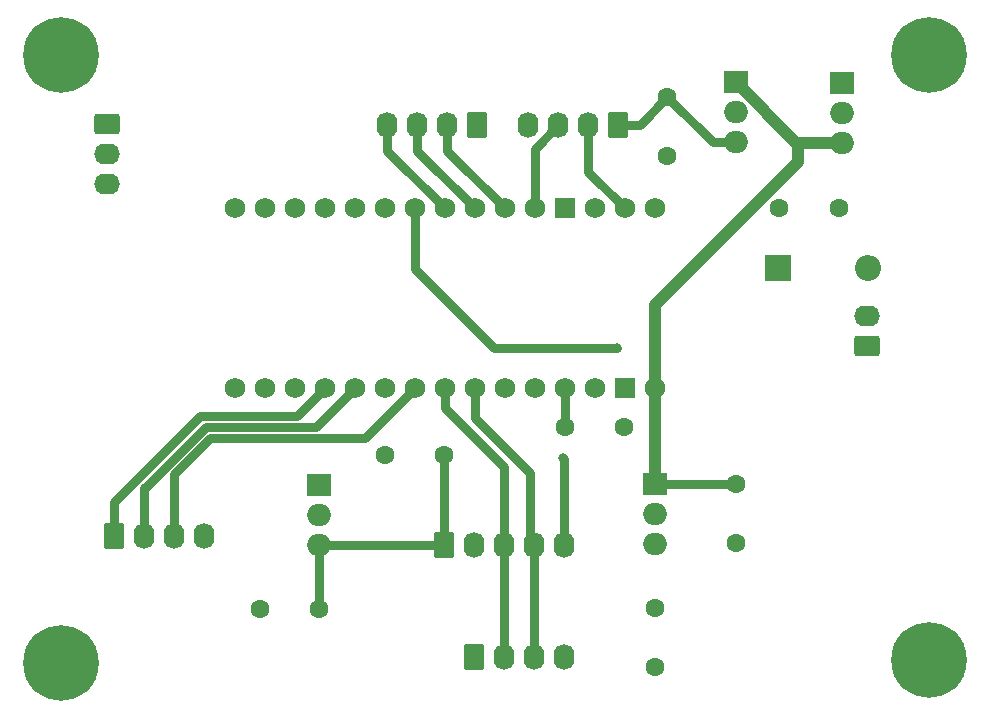
<source format=gtl>
G04 #@! TF.GenerationSoftware,KiCad,Pcbnew,7.0.9*
G04 #@! TF.CreationDate,2023-11-29T22:57:34+01:00*
G04 #@! TF.ProjectId,vfo-do,76666f2d-646f-42e6-9b69-6361645f7063,rev?*
G04 #@! TF.SameCoordinates,Original*
G04 #@! TF.FileFunction,Copper,L1,Top*
G04 #@! TF.FilePolarity,Positive*
%FSLAX46Y46*%
G04 Gerber Fmt 4.6, Leading zero omitted, Abs format (unit mm)*
G04 Created by KiCad (PCBNEW 7.0.9) date 2023-11-29 22:57:34*
%MOMM*%
%LPD*%
G01*
G04 APERTURE LIST*
G04 Aperture macros list*
%AMRoundRect*
0 Rectangle with rounded corners*
0 $1 Rounding radius*
0 $2 $3 $4 $5 $6 $7 $8 $9 X,Y pos of 4 corners*
0 Add a 4 corners polygon primitive as box body*
4,1,4,$2,$3,$4,$5,$6,$7,$8,$9,$2,$3,0*
0 Add four circle primitives for the rounded corners*
1,1,$1+$1,$2,$3*
1,1,$1+$1,$4,$5*
1,1,$1+$1,$6,$7*
1,1,$1+$1,$8,$9*
0 Add four rect primitives between the rounded corners*
20,1,$1+$1,$2,$3,$4,$5,0*
20,1,$1+$1,$4,$5,$6,$7,0*
20,1,$1+$1,$6,$7,$8,$9,0*
20,1,$1+$1,$8,$9,$2,$3,0*%
G04 Aperture macros list end*
G04 #@! TA.AperFunction,ComponentPad*
%ADD10R,2.000000X1.905000*%
G04 #@! TD*
G04 #@! TA.AperFunction,ComponentPad*
%ADD11O,2.000000X1.905000*%
G04 #@! TD*
G04 #@! TA.AperFunction,ComponentPad*
%ADD12RoundRect,0.250000X-0.620000X-0.845000X0.620000X-0.845000X0.620000X0.845000X-0.620000X0.845000X0*%
G04 #@! TD*
G04 #@! TA.AperFunction,ComponentPad*
%ADD13O,1.740000X2.190000*%
G04 #@! TD*
G04 #@! TA.AperFunction,ComponentPad*
%ADD14RoundRect,0.250000X0.845000X-0.620000X0.845000X0.620000X-0.845000X0.620000X-0.845000X-0.620000X0*%
G04 #@! TD*
G04 #@! TA.AperFunction,ComponentPad*
%ADD15O,2.190000X1.740000*%
G04 #@! TD*
G04 #@! TA.AperFunction,ComponentPad*
%ADD16C,1.600000*%
G04 #@! TD*
G04 #@! TA.AperFunction,ComponentPad*
%ADD17R,2.200000X2.200000*%
G04 #@! TD*
G04 #@! TA.AperFunction,ComponentPad*
%ADD18O,2.200000X2.200000*%
G04 #@! TD*
G04 #@! TA.AperFunction,ComponentPad*
%ADD19C,0.800000*%
G04 #@! TD*
G04 #@! TA.AperFunction,ComponentPad*
%ADD20C,6.400000*%
G04 #@! TD*
G04 #@! TA.AperFunction,ComponentPad*
%ADD21RoundRect,0.250000X0.620000X0.845000X-0.620000X0.845000X-0.620000X-0.845000X0.620000X-0.845000X0*%
G04 #@! TD*
G04 #@! TA.AperFunction,ComponentPad*
%ADD22C,1.727200*%
G04 #@! TD*
G04 #@! TA.AperFunction,ComponentPad*
%ADD23R,1.727200X1.727200*%
G04 #@! TD*
G04 #@! TA.AperFunction,ComponentPad*
%ADD24RoundRect,0.250000X-0.845000X0.620000X-0.845000X-0.620000X0.845000X-0.620000X0.845000X0.620000X0*%
G04 #@! TD*
G04 #@! TA.AperFunction,ViaPad*
%ADD25C,0.800000*%
G04 #@! TD*
G04 #@! TA.AperFunction,Conductor*
%ADD26C,0.750000*%
G04 #@! TD*
G04 #@! TA.AperFunction,Conductor*
%ADD27C,1.000000*%
G04 #@! TD*
G04 APERTURE END LIST*
D10*
X109300000Y-97020000D03*
D11*
X109300000Y-99560000D03*
X109300000Y-102100000D03*
D12*
X119850000Y-102100000D03*
D13*
X122390000Y-102100000D03*
X124930000Y-102100000D03*
X127470000Y-102100000D03*
X130010000Y-102100000D03*
D14*
X155640000Y-85250000D03*
D15*
X155640000Y-82710000D03*
D10*
X137720000Y-96960000D03*
D11*
X137720000Y-99500000D03*
X137720000Y-102040000D03*
D16*
X148250000Y-73600000D03*
X153250000Y-73600000D03*
D17*
X148110000Y-78630000D03*
D18*
X155730000Y-78630000D03*
D19*
X158500000Y-60600000D03*
X159202944Y-58902944D03*
X159202944Y-62297056D03*
X160900000Y-58200000D03*
D20*
X160900000Y-60600000D03*
D19*
X160900000Y-63000000D03*
X162597056Y-58902944D03*
X162597056Y-62297056D03*
X163300000Y-60600000D03*
D12*
X91920000Y-101380000D03*
D13*
X94460000Y-101380000D03*
X97000000Y-101380000D03*
X99540000Y-101380000D03*
D21*
X134610000Y-66530000D03*
D13*
X132070000Y-66530000D03*
X129530000Y-66530000D03*
X126990000Y-66530000D03*
D10*
X144540000Y-62940000D03*
D11*
X144540000Y-65480000D03*
X144540000Y-68020000D03*
D16*
X130100000Y-92100000D03*
X135100000Y-92100000D03*
X137750000Y-107450000D03*
X137750000Y-112450000D03*
X109250000Y-107550000D03*
X104250000Y-107550000D03*
D19*
X158500000Y-111825000D03*
X159202944Y-110127944D03*
X159202944Y-113522056D03*
X160900000Y-109425000D03*
D20*
X160900000Y-111825000D03*
D19*
X160900000Y-114225000D03*
X162597056Y-110127944D03*
X162597056Y-113522056D03*
X163300000Y-111825000D03*
D10*
X153555000Y-62990000D03*
D11*
X153555000Y-65530000D03*
X153555000Y-68070000D03*
D16*
X138760000Y-64180000D03*
X138760000Y-69180000D03*
D12*
X122390000Y-111570000D03*
D13*
X124930000Y-111570000D03*
X127470000Y-111570000D03*
X130010000Y-111570000D03*
D19*
X85050000Y-112100000D03*
X85752944Y-110402944D03*
X85752944Y-113797056D03*
X87450000Y-109700000D03*
D20*
X87450000Y-112100000D03*
D19*
X87450000Y-114500000D03*
X89147056Y-110402944D03*
X89147056Y-113797056D03*
X89850000Y-112100000D03*
D22*
X104659500Y-88850000D03*
X130059500Y-88850000D03*
X109739500Y-88850000D03*
X112279500Y-88850000D03*
X114819500Y-88850000D03*
X117359500Y-88850000D03*
X119899500Y-88850000D03*
X122439500Y-88850000D03*
X124979500Y-88850000D03*
X127519500Y-88850000D03*
X107199500Y-88850000D03*
X135139500Y-73610000D03*
X137679500Y-73610000D03*
X127519500Y-73610000D03*
X124979500Y-73610000D03*
X122439500Y-73610000D03*
X119899500Y-73610000D03*
X117359500Y-73610000D03*
X114819500Y-73610000D03*
X112279500Y-73610000D03*
X109739500Y-73610000D03*
X107199500Y-73610000D03*
X104659500Y-73610000D03*
X102119500Y-73610000D03*
X102119500Y-88850000D03*
D23*
X130059500Y-73610000D03*
X135139500Y-88850000D03*
D22*
X132599500Y-73610000D03*
X132599500Y-88850000D03*
X137679500Y-88850000D03*
D21*
X122660000Y-66530000D03*
D13*
X120120000Y-66530000D03*
X117580000Y-66530000D03*
X115040000Y-66530000D03*
D16*
X144550000Y-96900000D03*
X144550000Y-101900000D03*
X114850000Y-94450000D03*
X119850000Y-94450000D03*
D19*
X85050000Y-60600000D03*
X85752944Y-58902944D03*
X85752944Y-62297056D03*
X87450000Y-58200000D03*
D20*
X87450000Y-60600000D03*
D19*
X87450000Y-63000000D03*
X89147056Y-58902944D03*
X89147056Y-62297056D03*
X89850000Y-60600000D03*
D24*
X91290000Y-66440000D03*
D15*
X91290000Y-68980000D03*
X91290000Y-71520000D03*
D25*
X134500000Y-85450000D03*
X129900000Y-94750000D03*
D26*
X130100000Y-88890500D02*
X130059500Y-88850000D01*
X130100000Y-92100000D02*
X130100000Y-88890500D01*
X91920000Y-101380000D02*
X91920000Y-98436498D01*
X107439500Y-91150000D02*
X109739500Y-88850000D01*
X99206498Y-91150000D02*
X107439500Y-91150000D01*
X91920000Y-98436498D02*
X99206498Y-91150000D01*
X99656498Y-92100000D02*
X94606498Y-97150000D01*
X109029500Y-92100000D02*
X99656498Y-92100000D01*
X94606498Y-97150000D02*
X94550000Y-97150000D01*
X112279500Y-88850000D02*
X109029500Y-92100000D01*
X94550000Y-97150000D02*
X94460000Y-97240000D01*
X94460000Y-97240000D02*
X94460000Y-101380000D01*
X97000000Y-101380000D02*
X97000000Y-96100000D01*
X100050000Y-93050000D02*
X113159500Y-93050000D01*
X113159500Y-93050000D02*
X117359500Y-88850000D01*
X97000000Y-96100000D02*
X100050000Y-93050000D01*
X124930000Y-111570000D02*
X124930000Y-102100000D01*
X124930000Y-95530000D02*
X124930000Y-102100000D01*
X119899500Y-90499500D02*
X124930000Y-95530000D01*
X119899500Y-88850000D02*
X119899500Y-90499500D01*
X127470000Y-102100000D02*
X127470000Y-111570000D01*
X127115000Y-101745000D02*
X127115000Y-96015000D01*
X127115000Y-96015000D02*
X122439500Y-91339500D01*
X127470000Y-102100000D02*
X127115000Y-101745000D01*
X122439500Y-91339500D02*
X122439500Y-88850000D01*
X135139500Y-73610000D02*
X132070000Y-70540500D01*
X132070000Y-70540500D02*
X132070000Y-66530000D01*
X127519500Y-68540500D02*
X129530000Y-66530000D01*
X127519500Y-73610000D02*
X127519500Y-68540500D01*
X120120000Y-68750500D02*
X120120000Y-66530000D01*
X124979500Y-73610000D02*
X120120000Y-68750500D01*
X130010000Y-94860000D02*
X129900000Y-94750000D01*
X130010000Y-102100000D02*
X130010000Y-94860000D01*
X134500000Y-85450000D02*
X124100000Y-85450000D01*
X117359500Y-78709500D02*
X117359500Y-73610000D01*
X124100000Y-85450000D02*
X117359500Y-78709500D01*
D27*
X137679500Y-88850000D02*
X137679500Y-96919500D01*
X149800000Y-69655456D02*
X149800000Y-68070000D01*
X149670000Y-68070000D02*
X144540000Y-62940000D01*
X153555000Y-68070000D02*
X149800000Y-68070000D01*
D26*
X149800000Y-68070000D02*
X149670000Y-68070000D01*
D27*
X137679500Y-81775956D02*
X149800000Y-69655456D01*
D26*
X144490000Y-96960000D02*
X144550000Y-96900000D01*
X137679500Y-96919500D02*
X137720000Y-96960000D01*
X137720000Y-96960000D02*
X144490000Y-96960000D01*
D27*
X137679500Y-88850000D02*
X137679500Y-81775956D01*
D26*
X119850000Y-102100000D02*
X109300000Y-102100000D01*
X119850000Y-102100000D02*
X119850000Y-94450000D01*
X109250000Y-107550000D02*
X109250000Y-102150000D01*
X109250000Y-102150000D02*
X109300000Y-102100000D01*
X144540000Y-68020000D02*
X142600000Y-68020000D01*
X136410000Y-66530000D02*
X138760000Y-64180000D01*
X142600000Y-68020000D02*
X138760000Y-64180000D01*
X134610000Y-66530000D02*
X136410000Y-66530000D01*
X122439500Y-73610000D02*
X117580000Y-68750500D01*
X117580000Y-68750500D02*
X117580000Y-66530000D01*
X115040000Y-68750500D02*
X115040000Y-66530000D01*
X119899500Y-73610000D02*
X115040000Y-68750500D01*
M02*

</source>
